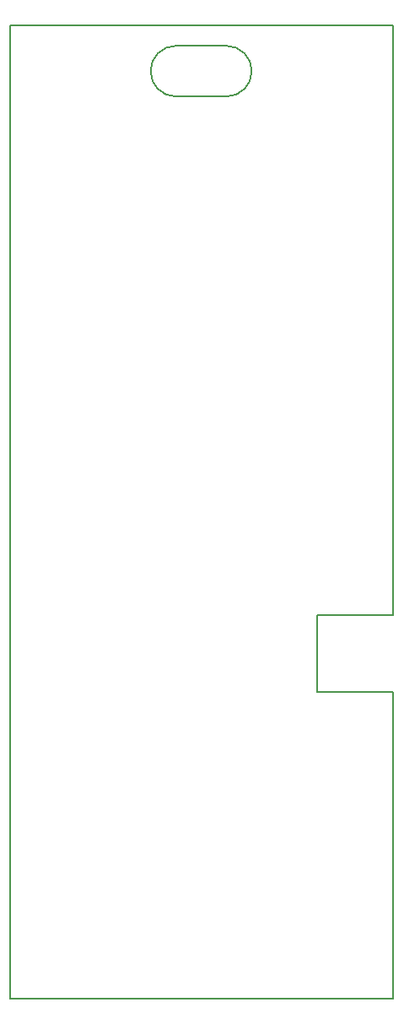
<source format=gbr>
G04 #@! TF.FileFunction,Profile,NP*
%FSLAX46Y46*%
G04 Gerber Fmt 4.6, Leading zero omitted, Abs format (unit mm)*
G04 Created by KiCad (PCBNEW 4.0.0-stable) date Friday, August 18, 2017 'PMt' 03:24:48 PM*
%MOMM*%
G01*
G04 APERTURE LIST*
%ADD10C,0.100000*%
%ADD11C,0.150000*%
G04 APERTURE END LIST*
D10*
D11*
X118211600Y-30226000D02*
X123291600Y-30226000D01*
X118211600Y-35306000D02*
X123291600Y-35306000D01*
X115671600Y-32766000D02*
G75*
G03X118211600Y-35306000I2540000J0D01*
G01*
X118211600Y-30226000D02*
G75*
G03X115671600Y-32766000I0J-2540000D01*
G01*
X125831600Y-32766000D02*
G75*
G03X123291600Y-30226000I-2540000J0D01*
G01*
X123291600Y-35306000D02*
G75*
G03X125831600Y-32766000I0J2540000D01*
G01*
X101600000Y-28143200D02*
X101600000Y-125730000D01*
X140055600Y-28143200D02*
X101600000Y-28143200D01*
X140055600Y-87274400D02*
X140055600Y-28143200D01*
X132384800Y-87274400D02*
X140055600Y-87274400D01*
X132384800Y-94996000D02*
X132384800Y-87274400D01*
X140055600Y-94996000D02*
X132384800Y-94996000D01*
X140055600Y-125730000D02*
X140055600Y-94996000D01*
X101600000Y-125730000D02*
X140055600Y-125730000D01*
M02*

</source>
